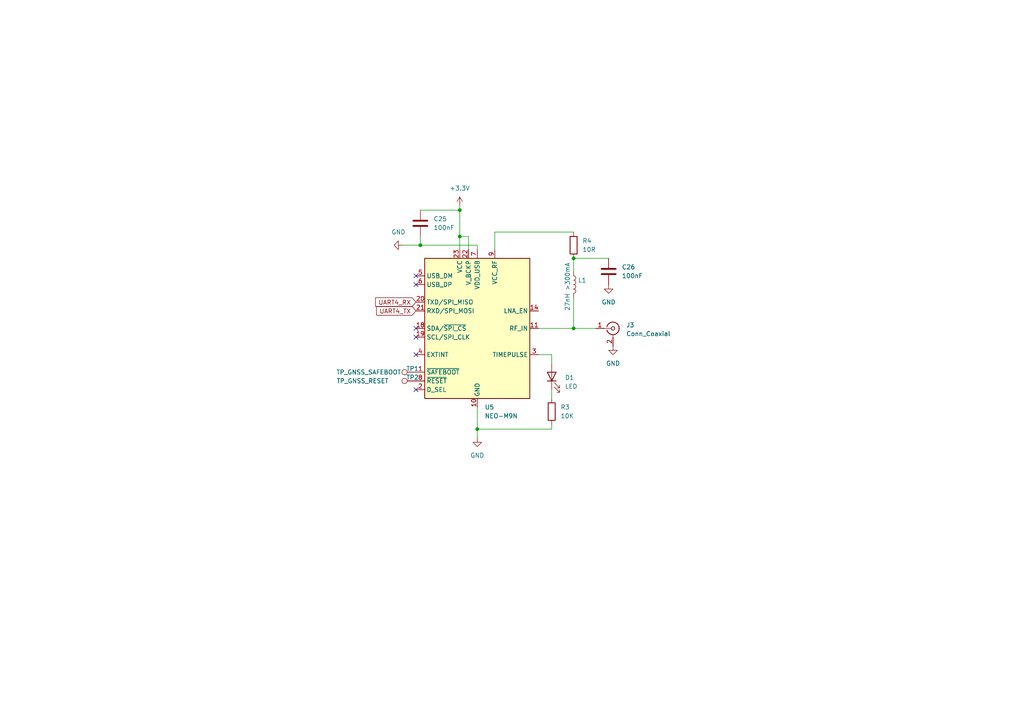
<source format=kicad_sch>
(kicad_sch (version 20250114) (generator "eeschema") (generator_version "9.0")
  (paper "A4")
  (lib_symbols
    (symbol "Connector:Conn_Coaxial" (pin_names (offset 1.016) (hide yes))
      (property "Reference" "J" (at 0.254 3.048 0))
      (property "Value" "Conn_Coaxial" (at 2.921 0 90))
      (symbol "Conn_Coaxial_0_1"
        (polyline (pts (xy -2.54 0) (xy -0.508 0)))
        (arc (start 1.778 0) (mid 0.222 -1.8079) (end -1.778 -0.508) (stroke (width 0.254)))
        (arc (start -1.778 0.508) (mid 0.2221 1.8084) (end 1.778 0) (stroke (width 0.254)))
        (circle (center 0 0) (radius 0.508) (stroke (width 0.2032)))
        (polyline (pts (xy 0 -2.54) (xy 0 -1.778)))
      )
      (symbol "Conn_Coaxial_1_1"
        (pin passive line (at -5.08 0 0) (length 2.54) (name "In") (number "1"))
        (pin passive line (at 0 -5.08 90) (length 2.54) (name "Ext") (number "2"))
      )
    )
    (symbol "Connector:TestPoint" (pin_numbers (hide yes)) (pin_names (offset 0.762) (hide yes))
      (property "Reference" "TP" (at 0 6.858 0))
      (property "Value" "TestPoint" (at 0 5.08 0))
      (symbol "TestPoint_0_1"
        (circle (center 0 3.302) (radius 0.762))
      )
      (symbol "TestPoint_1_1"
        (pin passive line (at 0 0 90) (length 2.54) (name "1") (number "1"))
      )
    )
    (symbol "Device:C" (pin_numbers (hide yes)) (pin_names (offset 0.254))
      (property "Reference" "C" (at 0.635 2.54 0))
      (property "Value" "C" (at 0.635 -2.54 0))
      (symbol "C_0_1"
        (polyline (pts (xy -2.032 0.762) (xy 2.032 0.762)) (stroke (width 0.508)))
        (polyline (pts (xy -2.032 -0.762) (xy 2.032 -0.762)) (stroke (width 0.508)))
      )
      (symbol "C_1_1"
        (pin passive line (at 0 3.81 270) (length 2.794) (name "~") (number "1"))
        (pin passive line (at 0 -3.81 90) (length 2.794) (name "~") (number "2"))
      )
    )
    (symbol "Device:L" (pin_numbers (hide yes)) (pin_names (offset 1.016) (hide yes))
      (property "Reference" "L" (at -1.27 0 90))
      (property "Value" "L" (at 1.905 0 90))
      (symbol "L_0_1"
        (arc (start 0 2.54) (mid 0.6323 1.905) (end 0 1.27))
        (arc (start 0 1.27) (mid 0.6323 0.635) (end 0 0))
        (arc (start 0 0) (mid 0.6323 -0.635) (end 0 -1.27))
        (arc (start 0 -1.27) (mid 0.6323 -1.905) (end 0 -2.54))
      )
      (symbol "L_1_1"
        (pin passive line (at 0 3.81 270) (length 1.27) (name "1") (number "1"))
        (pin passive line (at 0 -3.81 90) (length 1.27) (name "2") (number "2"))
      )
    )
    (symbol "Device:LED" (pin_numbers (hide yes)) (pin_names (offset 1.016) (hide yes))
      (property "Reference" "D" (at 0 2.54 0))
      (property "Value" "LED" (at 0 -2.54 0))
      (symbol "LED_0_1"
        (polyline (pts (xy -3.048 -0.762) (xy -4.572 -2.286) (xy -3.81 -2.286) (xy -4.572 -2.286) (xy -4.572 -1.524)))
        (polyline (pts (xy -1.778 -0.762) (xy -3.302 -2.286) (xy -2.54 -2.286) (xy -3.302 -2.286) (xy -3.302 -1.524)))
        (polyline (pts (xy -1.27 0) (xy 1.27 0)))
        (polyline (pts (xy -1.27 -1.27) (xy -1.27 1.27)) (stroke (width 0.254)))
        (polyline (pts (xy 1.27 -1.27) (xy 1.27 1.27) (xy -1.27 0) (xy 1.27 -1.27)) (stroke (width 0.254)))
      )
      (symbol "LED_1_1"
        (pin passive line (at -3.81 0 0) (length 2.54) (name "K") (number "1"))
        (pin passive line (at 3.81 0 180) (length 2.54) (name "A") (number "2"))
      )
    )
    (symbol "Device:R" (pin_numbers (hide yes)) (pin_names (offset 0))
      (property "Reference" "R" (at 2.032 0 90))
      (property "Value" "R" (at 0 0 90))
      (symbol "R_0_1"
        (rectangle (start -1.016 -2.54) (end 1.016 2.54) (stroke (width 0.254)))
      )
      (symbol "R_1_1"
        (pin passive line (at 0 3.81 270) (length 1.27) (name "~") (number "1"))
        (pin passive line (at 0 -3.81 90) (length 1.27) (name "~") (number "2"))
      )
    )
    (symbol "RF_GPS:NEO-M9N"
      (property "Reference" "U" (at -13.97 21.59 0))
      (property "Value" "NEO-M9N" (at 11.43 21.59 0))
      (symbol "NEO-M9N_0_1"
        (rectangle (start -15.24 20.32) (end 15.24 -20.32) (stroke (width 0.254)) (fill (type background)))
      )
      (symbol "NEO-M9N_1_1"
        (pin bidirectional line (at -17.78 15.24 0) (length 2.54) (name "USB_DM") (number "5"))
        (pin bidirectional line (at -17.78 12.7 0) (length 2.54) (name "USB_DP") (number "6"))
        (pin output line (at -17.78 7.62 0) (length 2.54) (name "TXD/SPI_MISO") (number "20"))
        (pin input line (at -17.78 5.08 0) (length 2.54) (name "RXD/SPI_MOSI") (number "21"))
        (pin bidirectional line (at -17.78 0 0) (length 2.54) (name "SDA/~{SPI_CS}") (number "18"))
        (pin input line (at -17.78 -2.54 0) (length 2.54) (name "SCL/SPI_CLK") (number "19"))
        (pin input line (at -17.78 -7.62 0) (length 2.54) (name "EXTINT") (number "4"))
        (pin input line (at -17.78 -12.7 0) (length 2.54) (name "~{SAFEBOOT}") (number "1"))
        (pin input line (at -17.78 -15.24 0) (length 2.54) (name "~{RESET}") (number "8"))
        (pin input line (at -17.78 -17.78 0) (length 2.54) (name "D_SEL") (number "2"))
        (pin power_in line (at -5.08 22.86 270) (length 2.54) (name "VCC") (number "23"))
        (pin power_in line (at -2.54 22.86 270) (length 2.54) (name "V_BCKP") (number "22"))
        (pin power_in line (at 0 22.86 270) (length 2.54) (name "VDD_USB") (number "7"))
        (pin power_in line (at 0 -22.86 90) (length 2.54) (name "GND") (number "10"))
        (pin passive line (at 0 -22.86 90) (length 2.54) (hide yes) (name "GND") (number "12"))
        (pin passive line (at 0 -22.86 90) (length 2.54) (hide yes) (name "GND") (number "13"))
        (pin passive line (at 0 -22.86 90) (length 2.54) (hide yes) (name "GND") (number "24"))
        (pin power_out line (at 5.08 22.86 270) (length 2.54) (name "VCC_RF") (number "9"))
        (pin no_connect line (at 15.24 -10.16 180) (length 2.54) (hide yes) (name "RESERVED") (number "15"))
        (pin no_connect line (at 15.24 -12.7 180) (length 2.54) (hide yes) (name "RESERVED") (number "16"))
        (pin no_connect line (at 15.24 -15.24 180) (length 2.54) (hide yes) (name "RESERVED") (number "17"))
        (pin output line (at 17.78 5.08 180) (length 2.54) (name "LNA_EN") (number "14"))
        (pin input line (at 17.78 0 180) (length 2.54) (name "RF_IN") (number "11"))
        (pin output line (at 17.78 -7.62 180) (length 2.54) (name "TIMEPULSE") (number "3"))
      )
    )
    (symbol "power:+3.3V" (power) (pin_numbers (hide yes)) (pin_names (offset 0) (hide yes))
      (property "Value" "+3.3V" (at 0 3.556 0))
      (symbol "+3.3V_0_1"
        (polyline (pts (xy -0.762 1.27) (xy 0 2.54)))
        (polyline (pts (xy 0 2.54) (xy 0.762 1.27)))
        (polyline (pts (xy 0 0) (xy 0 2.54)))
      )
      (symbol "+3.3V_1_1"
        (pin power_in line (at 0 0 90) (length 0) (name "~") (number "1"))
      )
    )
    (symbol "power:GND" (power) (pin_numbers (hide yes)) (pin_names (offset 0) (hide yes))
      (property "Value" "GND" (at 0 -3.81 0))
      (symbol "GND_0_1"
        (polyline (pts (xy 0 0) (xy 0 -1.27) (xy 1.27 -1.27) (xy 0 -2.54) (xy -1.27 -1.27) (xy 0 -1.27)))
      )
      (symbol "GND_1_1"
        (pin power_in line (at 0 0 270) (length 0) (name "~") (number "1"))
      )
    )
  )
  (junction (at 121.92 71.12))
  (junction (at 133.35 68.58))
  (junction (at 166.37 95.25))
  (junction (at 138.43 124.46))
  (junction (at 133.35 60.96))
  (junction (at 166.37 74.93))
  (no_connect (at 120.65 95.25))
  (no_connect (at 120.65 97.79))
  (no_connect (at 120.65 80.01))
  (no_connect (at 120.65 113.03))
  (no_connect (at 120.65 102.87))
  (no_connect (at 120.65 82.55))
  (wire (pts (xy 138.43 72.39) (xy 138.43 71.12)))
  (wire (pts (xy 133.35 68.58) (xy 133.35 72.39)))
  (wire (pts (xy 138.43 118.11) (xy 138.43 124.46)))
  (wire (pts (xy 133.35 59.69) (xy 133.35 60.96)))
  (wire (pts (xy 166.37 67.31) (xy 143.51 67.31)))
  (wire (pts (xy 138.43 124.46) (xy 138.43 127)))
  (wire (pts (xy 138.43 124.46) (xy 160.02 124.46)))
  (wire (pts (xy 166.37 95.25) (xy 172.72 95.25)))
  (wire (pts (xy 166.37 86.36) (xy 166.37 95.25)))
  (wire (pts (xy 160.02 102.87) (xy 160.02 105.41)))
  (wire (pts (xy 160.02 113.03) (xy 160.02 115.57)))
  (wire (pts (xy 143.51 67.31) (xy 143.51 72.39)))
  (wire (pts (xy 160.02 124.46) (xy 160.02 123.19)))
  (wire (pts (xy 121.92 71.12) (xy 121.92 68.58)))
  (wire (pts (xy 166.37 78.74) (xy 166.37 74.93)))
  (wire (pts (xy 121.92 60.96) (xy 133.35 60.96)))
  (wire (pts (xy 133.35 60.96) (xy 133.35 68.58)))
  (wire (pts (xy 156.21 102.87) (xy 160.02 102.87)))
  (wire (pts (xy 156.21 95.25) (xy 166.37 95.25)))
  (wire (pts (xy 135.89 72.39) (xy 135.89 68.58)))
  (wire (pts (xy 116.84 71.12) (xy 121.92 71.12)))
  (wire (pts (xy 135.89 68.58) (xy 133.35 68.58)))
  (wire (pts (xy 166.37 74.93) (xy 176.53 74.93)))
  (wire (pts (xy 138.43 71.12) (xy 121.92 71.12)))
  (global_label "UART4_TX" (shape input) (at 120.65 90.17 180) (property "Intersheetrefs" "${INTERSHEET_REFS}" (effects (hide yes))))
  (global_label "UART4_RX" (shape input) (at 120.65 87.63 180) (property "Intersheetrefs" "${INTERSHEET_REFS}" (effects (hide yes))))
  (symbol (lib_id "Connector:TestPoint") (at 120.65 107.95 90) (unit 1)
    (property "Reference" "TP1" (at 119.634 106.934 90))
    (property "Value" "TP_GNSS_SAFEBOOT" (at 106.934 107.95 90))
    (property "Description" "test point" (effects (hide yes)))
  )
  (symbol (lib_id "power:GND") (at 176.53 82.55 0) (unit 1)
    (property "Reference" "#PWR038" (effects (hide yes)))
    (property "Value" "GND" (at 176.53 87.63 0))
    (property "Description" "Power symbol creates a global label with name \"GND\" , ground" (effects (hide yes)))
  )
  (symbol (lib_id "Device:LED") (at 160.02 109.22 90) (unit 1)
    (property "Reference" "D1" (at 163.83 109.5374 90) (effects (justify right)))
    (property "Value" "LED" (at 163.83 112.0774 90) (effects (justify right)))
    (property "Description" "Light emitting diode" (effects (hide yes)))
    (property "Sim.Pins" "1=K 2=A" (effects (hide yes)))
  )
  (symbol (lib_id "Connector:TestPoint") (at 120.65 110.49 90) (unit 1)
    (property "Reference" "TP2" (at 119.634 109.474 90))
    (property "Value" "TP_GNSS_RESET" (at 105.156 110.49 90))
    (property "Description" "test point" (effects (hide yes)))
  )
  (symbol (lib_id "RF_GPS:NEO-M9N") (at 138.43 95.25 0) (unit 1)
    (property "Reference" "U5" (at 140.5733 118.11 0) (effects (justify left)))
    (property "Value" "NEO-M9N" (at 140.5733 120.65 0) (effects (justify left)))
    (property "Footprint" "RF_GPS:ublox_NEO" (effects (hide yes)))
    (property "Datasheet" "https://www.u-blox.com/sites/default/files/NEO-M9N-00B_DataSheet_UBX-19014285.pdf" (effects (hide yes)))
    (property "Description" "GNSS Module NEO M8, VCC 2.7V to 3.6V" (effects (hide yes)))
  )
  (symbol (lib_id "power:GND") (at 177.8 100.33 0) (unit 1)
    (property "Reference" "#PWR037" (effects (hide yes)))
    (property "Value" "GND" (at 177.8 105.41 0))
    (property "Description" "Power symbol creates a global label with name \"GND\" , ground" (effects (hide yes)))
  )
  (symbol (lib_id "Device:L") (at 166.37 82.55 0) (unit 1)
    (property "Reference" "L1" (at 167.64 81.2799 0) (effects (justify left)))
    (property "Value" "27nH >300mA" (at 164.592 90.17 90) (effects (justify left)))
    (property "Description" "Inductor" (effects (hide yes)))
  )
  (symbol (lib_id "power:GND") (at 138.43 127 0) (unit 1)
    (property "Reference" "#PWR034" (effects (hide yes)))
    (property "Value" "GND" (at 138.43 132.08 0))
    (property "Description" "Power symbol creates a global label with name \"GND\" , ground" (effects (hide yes)))
  )
  (symbol (lib_id "Connector:Conn_Coaxial") (at 177.8 95.25 0) (unit 1)
    (property "Reference" "J3" (at 181.61 94.2731 0) (effects (justify left)))
    (property "Value" "Conn_Coaxial" (at 181.61 96.8131 0) (effects (justify left)))
    (property "Description" "coaxial connector (BNC, SMA, SMB, SMC, Cinch/RCA, LEMO, ...)" (effects (hide yes)))
  )
  (symbol (lib_id "Device:C") (at 176.53 78.74 0) (unit 1)
    (property "Reference" "C26" (at 180.34 77.4699 0) (effects (justify left)))
    (property "Value" "100nF" (at 180.34 80.0099 0) (effects (justify left)))
    (property "Description" "Unpolarized capacitor" (effects (hide yes)))
  )
  (symbol (lib_id "Device:C") (at 121.92 64.77 0) (unit 1)
    (property "Reference" "C25" (at 125.73 63.4999 0) (effects (justify left)))
    (property "Value" "100nF" (at 125.73 66.0399 0) (effects (justify left)))
    (property "Description" "Unpolarized capacitor" (effects (hide yes)))
  )
  (symbol (lib_id "power:GND") (at 116.84 71.12 270) (unit 1)
    (property "Reference" "#PWR036" (effects (hide yes)))
    (property "Value" "GND" (at 115.57 67.31 90))
    (property "Description" "Power symbol creates a global label with name \"GND\" , ground" (effects (hide yes)))
  )
  (symbol (lib_id "power:+3.3V") (at 133.35 59.69 0) (unit 1)
    (property "Reference" "#PWR035" (effects (hide yes)))
    (property "Value" "+3.3V" (at 133.35 54.61 0))
    (property "Description" "Power symbol creates a global label with name \"+3.3V\"" (effects (hide yes)))
  )
  (symbol (lib_id "Device:R") (at 160.02 119.38 0) (unit 1)
    (property "Reference" "R3" (at 162.56 118.1099 0) (effects (justify left)))
    (property "Value" "10K" (at 162.56 120.6499 0) (effects (justify left)))
    (property "Description" "Resistor" (effects (hide yes)))
  )
  (symbol (lib_id "Device:R") (at 166.37 71.12 0) (unit 1)
    (property "Reference" "R4" (at 168.91 69.8499 0) (effects (justify left)))
    (property "Value" "10R" (at 168.91 72.3899 0) (effects (justify left)))
    (property "Description" "Resistor" (effects (hide yes)))
  )
)
</source>
